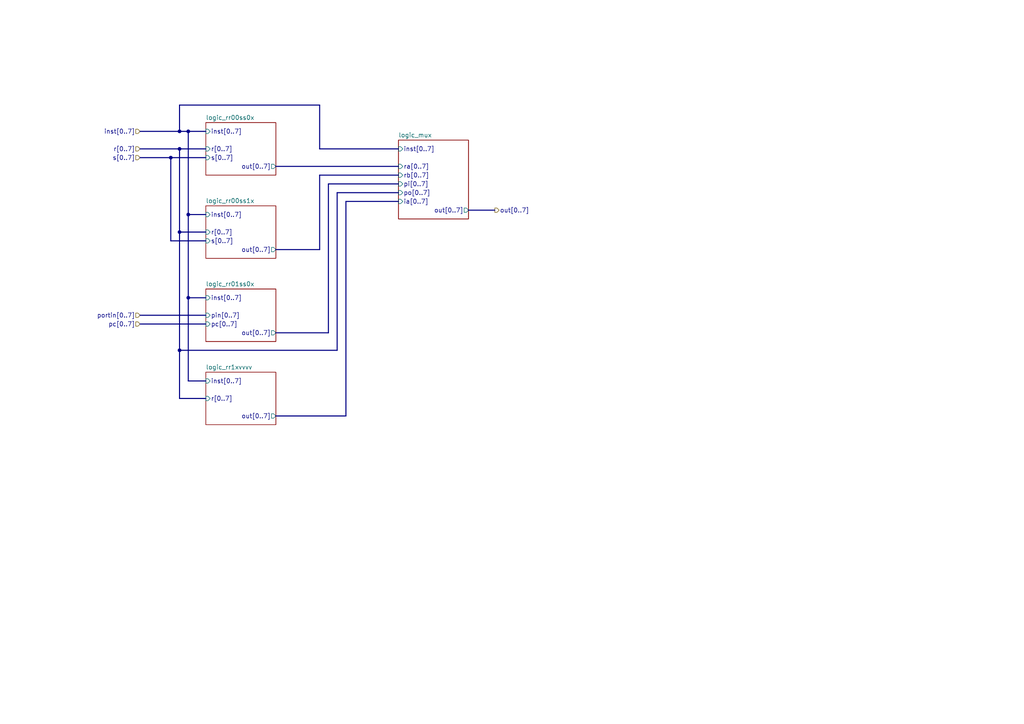
<source format=kicad_sch>
(kicad_sch (version 20211123) (generator eeschema)

  (uuid d1282cd4-e74d-4849-bd47-c22571ba5c38)

  (paper "A4")

  (lib_symbols
  )

  (junction (at 54.61 62.23) (diameter 0) (color 0 0 0 0)
    (uuid 288c8ba7-bde9-49fc-a59b-58d6c4fe95dd)
  )
  (junction (at 54.61 38.1) (diameter 0) (color 0 0 0 0)
    (uuid 393e442a-9673-4894-a7ca-d3ec94cc7a79)
  )
  (junction (at 52.07 67.31) (diameter 0) (color 0 0 0 0)
    (uuid 4ba34a46-db86-48c8-8bca-a6f2d7dc1ee1)
  )
  (junction (at 52.07 43.18) (diameter 0) (color 0 0 0 0)
    (uuid 585ea924-a9ee-4106-a1f8-d650737ad6d4)
  )
  (junction (at 49.53 45.72) (diameter 0) (color 0 0 0 0)
    (uuid 777caa25-f052-46c7-931a-58195fa9e791)
  )
  (junction (at 54.61 86.36) (diameter 0) (color 0 0 0 0)
    (uuid 82d75044-4cbd-41be-b7ca-3a8a7a1425d8)
  )
  (junction (at 52.07 101.6) (diameter 0) (color 0 0 0 0)
    (uuid c84cbacf-d4ee-4bdd-952d-32f2ed5d3baa)
  )
  (junction (at 52.07 38.1) (diameter 0) (color 0 0 0 0)
    (uuid df7f2604-a32c-4e08-9c42-b6441a3f0751)
  )

  (bus (pts (xy 40.64 93.98) (xy 59.69 93.98))
    (stroke (width 0) (type default) (color 0 0 0 0))
    (uuid 0087699d-bfdf-4eb2-913f-8e3d6329ba55)
  )
  (bus (pts (xy 49.53 45.72) (xy 59.69 45.72))
    (stroke (width 0) (type default) (color 0 0 0 0))
    (uuid 019fe477-f9ed-40ad-9041-aa792917102b)
  )
  (bus (pts (xy 40.64 45.72) (xy 49.53 45.72))
    (stroke (width 0) (type default) (color 0 0 0 0))
    (uuid 0ac4c16d-65de-4348-9c8b-5e1863b88be8)
  )
  (bus (pts (xy 100.33 120.65) (xy 100.33 58.42))
    (stroke (width 0) (type default) (color 0 0 0 0))
    (uuid 0fc893b2-61b9-4239-810a-979eec12b9fe)
  )
  (bus (pts (xy 52.07 43.18) (xy 52.07 67.31))
    (stroke (width 0) (type default) (color 0 0 0 0))
    (uuid 1af3ca8b-80cd-4baf-bf1c-c6b9adf879c4)
  )
  (bus (pts (xy 52.07 115.57) (xy 59.69 115.57))
    (stroke (width 0) (type default) (color 0 0 0 0))
    (uuid 1eac78c4-ad67-4dd0-bcf7-c264ccdec9e2)
  )
  (bus (pts (xy 54.61 110.49) (xy 59.69 110.49))
    (stroke (width 0) (type default) (color 0 0 0 0))
    (uuid 26a8e492-467b-45dd-9891-5975f2f5e57c)
  )
  (bus (pts (xy 95.25 96.52) (xy 95.25 53.34))
    (stroke (width 0) (type default) (color 0 0 0 0))
    (uuid 2705c84f-9bfb-4d60-be7c-19ede41360f0)
  )
  (bus (pts (xy 54.61 38.1) (xy 54.61 62.23))
    (stroke (width 0) (type default) (color 0 0 0 0))
    (uuid 388a2f16-6378-4246-884e-a6c9bea69640)
  )
  (bus (pts (xy 54.61 62.23) (xy 59.69 62.23))
    (stroke (width 0) (type default) (color 0 0 0 0))
    (uuid 3b55c141-a047-4159-a565-2120bb37fd84)
  )
  (bus (pts (xy 52.07 30.48) (xy 92.71 30.48))
    (stroke (width 0) (type default) (color 0 0 0 0))
    (uuid 44fd5278-c562-4f7d-9be5-9f0e5ea9d1d1)
  )
  (bus (pts (xy 52.07 101.6) (xy 52.07 115.57))
    (stroke (width 0) (type default) (color 0 0 0 0))
    (uuid 467b261a-bc18-4a97-b309-3fa6bb7f9989)
  )
  (bus (pts (xy 80.01 120.65) (xy 100.33 120.65))
    (stroke (width 0) (type default) (color 0 0 0 0))
    (uuid 49e4588d-408e-4d80-8040-db13b6070f95)
  )
  (bus (pts (xy 49.53 69.85) (xy 59.69 69.85))
    (stroke (width 0) (type default) (color 0 0 0 0))
    (uuid 4a1e5009-703a-4b92-87ec-8cceaa84f9c4)
  )
  (bus (pts (xy 54.61 86.36) (xy 54.61 110.49))
    (stroke (width 0) (type default) (color 0 0 0 0))
    (uuid 56b34fe9-5b4a-417e-815f-6ece7f2d0132)
  )
  (bus (pts (xy 52.07 101.6) (xy 97.79 101.6))
    (stroke (width 0) (type default) (color 0 0 0 0))
    (uuid 59f4cbe2-2fdf-447b-82f9-6fbd05b78bbc)
  )
  (bus (pts (xy 52.07 38.1) (xy 52.07 30.48))
    (stroke (width 0) (type default) (color 0 0 0 0))
    (uuid 5ade5e0b-62fd-4cc2-95ac-680fb12e659e)
  )
  (bus (pts (xy 52.07 43.18) (xy 59.69 43.18))
    (stroke (width 0) (type default) (color 0 0 0 0))
    (uuid 751be4d7-5070-4ebc-8a1e-42d2db6286a8)
  )
  (bus (pts (xy 80.01 72.39) (xy 92.71 72.39))
    (stroke (width 0) (type default) (color 0 0 0 0))
    (uuid 771fe0b4-4392-46cb-8909-846481581dc7)
  )
  (bus (pts (xy 40.64 38.1) (xy 52.07 38.1))
    (stroke (width 0) (type default) (color 0 0 0 0))
    (uuid 790aacfd-b254-4e34-ada9-b70710a03fe9)
  )
  (bus (pts (xy 92.71 30.48) (xy 92.71 43.18))
    (stroke (width 0) (type default) (color 0 0 0 0))
    (uuid 7b2d0c45-3c43-461c-9366-2a9edd91c767)
  )
  (bus (pts (xy 92.71 50.8) (xy 115.57 50.8))
    (stroke (width 0) (type default) (color 0 0 0 0))
    (uuid 7ba0b024-0cd5-4acc-8904-068ad9426ffe)
  )
  (bus (pts (xy 54.61 38.1) (xy 59.69 38.1))
    (stroke (width 0) (type default) (color 0 0 0 0))
    (uuid 82a7579c-ab4d-4e05-84cd-86af9cdadfec)
  )
  (bus (pts (xy 54.61 62.23) (xy 54.61 86.36))
    (stroke (width 0) (type default) (color 0 0 0 0))
    (uuid 8ee2b3e5-83d2-4e2e-9fb7-f316c0449b49)
  )
  (bus (pts (xy 80.01 96.52) (xy 95.25 96.52))
    (stroke (width 0) (type default) (color 0 0 0 0))
    (uuid 90b5c25c-2b2b-4e7d-b234-d54d99de0f0c)
  )
  (bus (pts (xy 100.33 58.42) (xy 115.57 58.42))
    (stroke (width 0) (type default) (color 0 0 0 0))
    (uuid 9a8f584b-f0aa-4b7b-ae6c-ac60b9f577d9)
  )
  (bus (pts (xy 92.71 43.18) (xy 115.57 43.18))
    (stroke (width 0) (type default) (color 0 0 0 0))
    (uuid 9acffac6-4638-4f52-850a-bc1616bae671)
  )
  (bus (pts (xy 97.79 101.6) (xy 97.79 55.88))
    (stroke (width 0) (type default) (color 0 0 0 0))
    (uuid ada83cd5-4d05-4ba9-87d9-b76e411dfde2)
  )
  (bus (pts (xy 52.07 67.31) (xy 52.07 101.6))
    (stroke (width 0) (type default) (color 0 0 0 0))
    (uuid af333e8c-e3cf-4b54-ba6e-886cafc406ea)
  )
  (bus (pts (xy 95.25 53.34) (xy 115.57 53.34))
    (stroke (width 0) (type default) (color 0 0 0 0))
    (uuid b35d5e63-be94-4767-8515-acc0269d4334)
  )
  (bus (pts (xy 92.71 72.39) (xy 92.71 50.8))
    (stroke (width 0) (type default) (color 0 0 0 0))
    (uuid ba7a16d9-31b3-47dd-b494-ca2700878147)
  )
  (bus (pts (xy 54.61 86.36) (xy 59.69 86.36))
    (stroke (width 0) (type default) (color 0 0 0 0))
    (uuid bbf1d6e8-749c-437e-b092-d305e6ea39f4)
  )
  (bus (pts (xy 40.64 43.18) (xy 52.07 43.18))
    (stroke (width 0) (type default) (color 0 0 0 0))
    (uuid bfa9e23e-e1ca-4133-b27f-e0c848e781c8)
  )
  (bus (pts (xy 40.64 91.44) (xy 59.69 91.44))
    (stroke (width 0) (type default) (color 0 0 0 0))
    (uuid c591d725-b43f-4c70-9705-72ac0a2c6e60)
  )
  (bus (pts (xy 135.89 60.96) (xy 143.51 60.96))
    (stroke (width 0) (type default) (color 0 0 0 0))
    (uuid cc2e6cc8-7d64-4df8-a0dc-73e233553cbe)
  )
  (bus (pts (xy 52.07 38.1) (xy 54.61 38.1))
    (stroke (width 0) (type default) (color 0 0 0 0))
    (uuid d5081208-f389-43ec-97b0-4e651b036dfa)
  )
  (bus (pts (xy 80.01 48.26) (xy 115.57 48.26))
    (stroke (width 0) (type default) (color 0 0 0 0))
    (uuid d53d9df6-fdcf-43ae-9ae7-7879959a3c43)
  )
  (bus (pts (xy 49.53 45.72) (xy 49.53 69.85))
    (stroke (width 0) (type default) (color 0 0 0 0))
    (uuid e43b2d7d-3aaf-4fcf-af7a-7112d56c8e7b)
  )
  (bus (pts (xy 52.07 67.31) (xy 59.69 67.31))
    (stroke (width 0) (type default) (color 0 0 0 0))
    (uuid e7417473-3bb1-49a8-816c-8f0663d8ed87)
  )
  (bus (pts (xy 97.79 55.88) (xy 115.57 55.88))
    (stroke (width 0) (type default) (color 0 0 0 0))
    (uuid e79a3d54-9841-4754-a0a6-c2091a719e53)
  )

  (hierarchical_label "r[0..7]" (shape input) (at 40.64 43.18 180)
    (effects (font (size 1.27 1.27)) (justify right))
    (uuid 01815c69-da3e-4ab4-84ed-fd32deaca919)
  )
  (hierarchical_label "portin[0..7]" (shape input) (at 40.64 91.44 180)
    (effects (font (size 1.27 1.27)) (justify right))
    (uuid 52fa6b0d-2790-4387-ba27-17f963026956)
  )
  (hierarchical_label "inst[0..7]" (shape input) (at 40.64 38.1 180)
    (effects (font (size 1.27 1.27)) (justify right))
    (uuid 7dfbc920-429f-41b3-a600-ec776d014903)
  )
  (hierarchical_label "out[0..7]" (shape output) (at 143.51 60.96 0)
    (effects (font (size 1.27 1.27)) (justify left))
    (uuid 876a697f-973f-4a53-9c66-a6a39b3d101b)
  )
  (hierarchical_label "s[0..7]" (shape input) (at 40.64 45.72 180)
    (effects (font (size 1.27 1.27)) (justify right))
    (uuid 8cfc5694-b6b6-493a-b321-be29ad86448e)
  )
  (hierarchical_label "pc[0..7]" (shape input) (at 40.64 93.98 180)
    (effects (font (size 1.27 1.27)) (justify right))
    (uuid a2d32427-4233-4c0b-aab2-25829c33a728)
  )

  (sheet (at 59.69 35.56) (size 20.32 15.24) (fields_autoplaced)
    (stroke (width 0.1524) (type solid) (color 0 0 0 0))
    (fill (color 0 0 0 0.0000))
    (uuid 0f1d930f-6b09-41d1-bca5-78405d2486d3)
    (property "Sheet name" "logic_rr00ss0x" (id 0) (at 59.69 34.8484 0)
      (effects (font (size 1.27 1.27)) (justify left bottom))
    )
    (property "Sheet file" "logic_rr00ss0x.kicad_sch" (id 1) (at 59.69 51.3846 0)
      (effects (font (size 1.27 1.27)) (justify left top) hide)
    )
    (pin "inst[0..7]" input (at 59.69 38.1 180)
      (effects (font (size 1.27 1.27)) (justify left))
      (uuid 16d810d3-719e-4873-aca2-2564cfe874e9)
    )
    (pin "s[0..7]" input (at 59.69 45.72 180)
      (effects (font (size 1.27 1.27)) (justify left))
      (uuid c55b4740-b3b6-43fb-b7d7-cd0a6eff4a43)
    )
    (pin "r[0..7]" input (at 59.69 43.18 180)
      (effects (font (size 1.27 1.27)) (justify left))
      (uuid e1bd2155-fea6-40a6-807d-919dab3700a3)
    )
    (pin "out[0..7]" output (at 80.01 48.26 0)
      (effects (font (size 1.27 1.27)) (justify right))
      (uuid 0a87a501-4647-4ab7-978d-7fc848e3c7c1)
    )
  )

  (sheet (at 115.57 40.64) (size 20.32 22.86) (fields_autoplaced)
    (stroke (width 0.1524) (type solid) (color 0 0 0 0))
    (fill (color 0 0 0 0.0000))
    (uuid b8ccf7d0-bdf8-4986-91d3-cfd57f64a7ec)
    (property "Sheet name" "logic_mux" (id 0) (at 115.57 39.9284 0)
      (effects (font (size 1.27 1.27)) (justify left bottom))
    )
    (property "Sheet file" "logic_mux.kicad_sch" (id 1) (at 115.57 64.0846 0)
      (effects (font (size 1.27 1.27)) (justify left top) hide)
    )
    (pin "po[0..7]" input (at 115.57 55.88 180)
      (effects (font (size 1.27 1.27)) (justify left))
      (uuid 31f690b3-2d4a-4778-a190-23bcdedb6e28)
    )
    (pin "ia[0..7]" input (at 115.57 58.42 180)
      (effects (font (size 1.27 1.27)) (justify left))
      (uuid 24a46d2d-8885-46e8-9bf9-3f20eb057fa3)
    )
    (pin "out[0..7]" output (at 135.89 60.96 0)
      (effects (font (size 1.27 1.27)) (justify right))
      (uuid 30029f3d-4cd4-4e69-a8b0-b4e013c50c98)
    )
    (pin "rb[0..7]" input (at 115.57 50.8 180)
      (effects (font (size 1.27 1.27)) (justify left))
      (uuid 1881f0b2-80cd-43b6-9b30-825a51311e21)
    )
    (pin "pi[0..7]" input (at 115.57 53.34 180)
      (effects (font (size 1.27 1.27)) (justify left))
      (uuid 8fc2d003-fad9-4900-8f8a-0cb3fdf92eed)
    )
    (pin "inst[0..7]" input (at 115.57 43.18 180)
      (effects (font (size 1.27 1.27)) (justify left))
      (uuid a389c575-4ec8-4910-a150-c25349ac53f6)
    )
    (pin "ra[0..7]" input (at 115.57 48.26 180)
      (effects (font (size 1.27 1.27)) (justify left))
      (uuid 5766c75b-791b-4b05-9866-c0c998554d17)
    )
  )

  (sheet (at 59.69 107.95) (size 20.32 15.24) (fields_autoplaced)
    (stroke (width 0.1524) (type solid) (color 0 0 0 0))
    (fill (color 0 0 0 0.0000))
    (uuid da24cb05-608d-4607-b5f0-e4d1ca4e526d)
    (property "Sheet name" "logic_rr1xvvvv" (id 0) (at 59.69 107.2384 0)
      (effects (font (size 1.27 1.27)) (justify left bottom))
    )
    (property "Sheet file" "logic_rr1xvvvv.kicad_sch" (id 1) (at 59.69 123.7746 0)
      (effects (font (size 1.27 1.27)) (justify left top) hide)
    )
    (pin "out[0..7]" output (at 80.01 120.65 0)
      (effects (font (size 1.27 1.27)) (justify right))
      (uuid 4bb2ea19-dc7c-4611-bf0d-6ee41b24b914)
    )
    (pin "inst[0..7]" input (at 59.69 110.49 180)
      (effects (font (size 1.27 1.27)) (justify left))
      (uuid 98908ced-1674-4c1a-a0c8-5b8470f17d80)
    )
    (pin "r[0..7]" input (at 59.69 115.57 180)
      (effects (font (size 1.27 1.27)) (justify left))
      (uuid 9cbb503c-f78f-47f7-a76f-d6bac2ca2c4b)
    )
  )

  (sheet (at 59.69 83.82) (size 20.32 15.24) (fields_autoplaced)
    (stroke (width 0.1524) (type solid) (color 0 0 0 0))
    (fill (color 0 0 0 0.0000))
    (uuid e24a5dfb-cee4-451f-93c1-306f8f0e79e3)
    (property "Sheet name" "logic_rr01ss0x" (id 0) (at 59.69 83.1084 0)
      (effects (font (size 1.27 1.27)) (justify left bottom))
    )
    (property "Sheet file" "logic_rr01ss0x.kicad_sch" (id 1) (at 59.69 99.6446 0)
      (effects (font (size 1.27 1.27)) (justify left top) hide)
    )
    (pin "out[0..7]" output (at 80.01 96.52 0)
      (effects (font (size 1.27 1.27)) (justify right))
      (uuid ffe5f6fc-3b1c-431d-a16b-2c21d1c28a0b)
    )
    (pin "inst[0..7]" input (at 59.69 86.36 180)
      (effects (font (size 1.27 1.27)) (justify left))
      (uuid a2202ded-e7ee-4eeb-b92e-3e0ae29f49ed)
    )
    (pin "pin[0..7]" input (at 59.69 91.44 180)
      (effects (font (size 1.27 1.27)) (justify left))
      (uuid 13d0232d-66ed-4344-a9be-8666f642b3c5)
    )
    (pin "pc[0..7]" input (at 59.69 93.98 180)
      (effects (font (size 1.27 1.27)) (justify left))
      (uuid 277d6513-afb4-4f36-84a2-dd592c4795ef)
    )
  )

  (sheet (at 59.69 59.69) (size 20.32 15.24) (fields_autoplaced)
    (stroke (width 0.1524) (type solid) (color 0 0 0 0))
    (fill (color 0 0 0 0.0000))
    (uuid e83aeba2-1262-4dae-ad50-1aad6ba240d7)
    (property "Sheet name" "logic_rr00ss1x" (id 0) (at 59.69 58.9784 0)
      (effects (font (size 1.27 1.27)) (justify left bottom))
    )
    (property "Sheet file" "logic_rr00ss1x.kicad_sch" (id 1) (at 59.69 75.5146 0)
      (effects (font (size 1.27 1.27)) (justify left top) hide)
    )
    (pin "r[0..7]" input (at 59.69 67.31 180)
      (effects (font (size 1.27 1.27)) (justify left))
      (uuid a0845f1b-5a8b-4c05-b7a0-185fc1b70b86)
    )
    (pin "s[0..7]" input (at 59.69 69.85 180)
      (effects (font (size 1.27 1.27)) (justify left))
      (uuid b1c7d8ff-cb9d-466c-80b6-22e1009733b1)
    )
    (pin "out[0..7]" output (at 80.01 72.39 0)
      (effects (font (size 1.27 1.27)) (justify right))
      (uuid b5d04146-5181-4389-b905-fbe42622e790)
    )
    (pin "inst[0..7]" input (at 59.69 62.23 180)
      (effects (font (size 1.27 1.27)) (justify left))
      (uuid 66902a7e-08ba-477a-9e40-8a5c5366da03)
    )
  )
)

</source>
